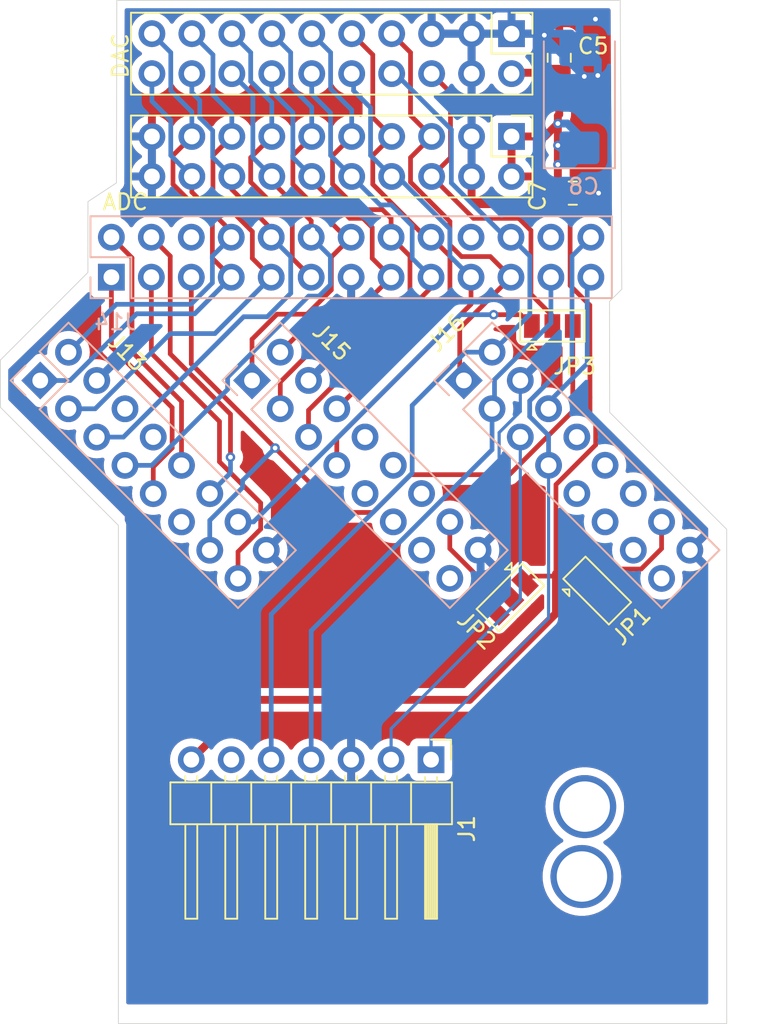
<source format=kicad_pcb>
(kicad_pcb (version 20240108) (generator "pcbnew") (generator_version "8.0")
  (layers (0 "F.Cu" signal) (31 "B.Cu" signal) (34 "B.Paste" user) (35 "F.Paste" user) (36 "B.SilkS" user "B.Silkscreen") (37 "F.SilkS" user "F.Silkscreen") (38 "B.Mask" user) (39 "F.Mask" user) (44 "Edge.Cuts" user))
  (net 0 "")
  (net 1 "GND")
  (net 2 "/D3_6")
  (net 3 "/D3_3")
  (net 4 "/D3_4")
  (net 5 "/D3_2")
  (net 6 "/VCC_5V")
  (net 7 "Net-(J18-Pin_6)")
  (net 12 "/VCC_J16")
  (net 20 "/VCC_J15")
  (net 24 "/D3_1")
  (net 25 "/D2_6")
  (net 26 "/D2_5")
  (net 27 "/D3_5")
  (net 28 "/D2_2")
  (net 29 "/D2_3")
  (net 30 "/D2_4")
  (net 31 "/D2_1")
  (net 32 "/CM_STB_N1")
  (net 33 "/D1_4")
  (net 34 "/D1_6")
  (net 35 "/D1_5")
  (net 36 "/CM_A_N5")
  (net 37 "/D1_1")
  (net 38 "/D1_3")
  (net 39 "/CM_C_P3")
  (net 40 "/CM_CLK_M3")
  (net 41 "/D1_2")
  (net 42 "/CM_E_N4")
  (net 43 "/CM_OE_M4")
  (net 44 "/CM_D_P4")
  (net 45 "/CM_B_N3")
  (footprint "Capacitor_SMD:C_0805_2012Metric" (layer "F.Cu") (at 58.420001 30.55)
    (property "Reference" "C7" (at -2.240001 0.17 90) (layer "F.SilkS"))
    (property "Value" "100nF")
    (pad "1" smd roundrect (at -0.949999 0) (size 1 1.45) (layers "F.Cu" "F.Paste" "F.Mask") (net 6 "/VCC_5V"))
    (pad "2" smd roundrect (at 0.949999 0) (size 1 1.45) (layers "F.Cu" "F.Paste" "F.Mask") (net 1 "GND"))
  )
  (footprint "Connector_PinHeader_2.54mm:PinHeader_2x13_P2.54mm_Vertical" (layer "F.Cu") (at 29.09 35.89 90)
    (property "Reference" "J14" (at -2.846 0.2522 0) (layer "B.SilkS") (effects (justify mirror)))
    (property "Value" "Conn_02x13_Odd_Even" (hide yes))
    (pad "1" thru_hole rect (at 0 0 90) (size 1.7 1.7) (drill 1) (layers "*.Cu" "*.Mask") (net 36 "/CM_A_N5"))
    (pad "2" thru_hole oval (at 2.54 0 90) (size 1.7 1.7) (drill 1) (layers "*.Cu" "*.Mask") (net 45 "/CM_B_N3"))
    (pad "3" thru_hole oval (at 0 2.54 90) (size 1.7 1.7) (drill 1) (layers "*.Cu" "*.Mask") (net 43 "/CM_OE_M4"))
    (pad "4" thru_hole oval (at 2.54 2.54 90) (size 1.7 1.7) (drill 1) (layers "*.Cu" "*.Mask") (net 44 "/CM_D_P4"))
    (pad "5" thru_hole oval (at 0 5.079999 90) (size 1.7 1.7) (drill 1) (layers "*.Cu" "*.Mask") (net 40 "/CM_CLK_M3"))
    (pad "6" thru_hole oval (at 2.54 5.08 90) (size 1.7 1.7) (drill 1) (layers "*.Cu" "*.Mask") (net 32 "/CM_STB_N1"))
    (pad "7" thru_hole oval (at 0 7.62 90) (size 1.7 1.7) (drill 1) (layers "*.Cu" "*.Mask") (net 37 "/D1_1"))
    (pad "8" thru_hole oval (at 2.54 7.62 90) (size 1.7 1.7) (drill 1) (layers "*.Cu" "*.Mask") (net 41 "/D1_2"))
    (pad "9" thru_hole oval (at 0 10.16 90) (size 1.7 1.7) (drill 1) (layers "*.Cu" "*.Mask") (net 38 "/D1_3"))
    (pad "10" thru_hole oval (at 2.54 10.16 90) (size 1.7 1.7) (drill 1) (layers "*.Cu" "*.Mask") (net 33 "/D1_4"))
    (pad "11" thru_hole oval (at 0 12.7 90) (size 1.7 1.7) (drill 1) (layers "*.Cu" "*.Mask") (net 35 "/D1_5"))
    (pad "12" thru_hole oval (at 2.54 12.7 90) (size 1.7 1.7) (drill 1) (layers "*.Cu" "*.Mask") (net 34 "/D1_6"))
    (pad "13" thru_hole oval (at 0 15.24 90) (size 1.7 1.7) (drill 1) (layers "*.Cu" "*.Mask") (net 1 "GND"))
    (pad "14" thru_hole oval (at 2.54 15.24 90) (size 1.7 1.7) (drill 1) (layers "*.Cu" "*.Mask") (net 31 "/D2_1"))
    (pad "15" thru_hole oval (at 0 17.780001 90) (size 1.7 1.7) (drill 1) (layers "*.Cu" "*.Mask") (net 28 "/D2_2"))
    (pad "16" thru_hole oval (at 2.54 17.78 90) (size 1.7 1.7) (drill 1) (layers "*.Cu" "*.Mask") (net 29 "/D2_3"))
    (pad "17" thru_hole oval (at 0 20.32 90) (size 1.7 1.7) (drill 1) (layers "*.Cu" "*.Mask") (net 30 "/D2_4"))
    (pad "18" thru_hole oval (at 2.54 20.32 90) (size 1.7 1.7) (drill 1) (layers "*.Cu" "*.Mask") (net 26 "/D2_5"))
    (pad "19" thru_hole oval (at 0 22.86 90) (size 1.7 1.7) (drill 1) (layers "*.Cu" "*.Mask") (net 25 "/D2_6"))
    (pad "20" thru_hole oval (at 2.54 22.86 90) (size 1.7 1.7) (drill 1) (layers "*.Cu" "*.Mask") (net 1 "GND"))
    (pad "21" thru_hole oval (at 0 25.4 90) (size 1.7 1.7) (drill 1) (layers "*.Cu" "*.Mask") (net 24 "/D3_1"))
    (pad "22" thru_hole oval (at 2.54 25.4 90) (size 1.7 1.7) (drill 1) (layers "*.Cu" "*.Mask") (net 5 "/D3_2"))
    (pad "23" thru_hole oval (at 0 27.939999 90) (size 1.7 1.7) (drill 1) (layers "*.Cu" "*.Mask") (net 3 "/D3_3"))
    (pad "24" thru_hole oval (at 2.54 27.94 90) (size 1.7 1.7) (drill 1) (layers "*.Cu" "*.Mask") (net 4 "/D3_4"))
    (pad "25" thru_hole oval (at 0 30.48 90) (size 1.7 1.7) (drill 1) (layers "*.Cu" "*.Mask") (net 27 "/D3_5"))
    (pad "26" thru_hole oval (at 2.54 30.48 90) (size 1.7 1.7) (drill 1) (layers "*.Cu" "*.Mask") (net 2 "/D3_6"))
  )
  (footprint "Connector_PinHeader_2.54mm:PinHeader_2x10_P2.54mm_Vertical" (layer "F.Cu") (at 54.5262 20.4226 -90)
    (property "Reference" "J18" (hide yes))
    (property "Value" "DAC" (at 1.4074 24.8562 -90) (layer "F.SilkS"))
    (pad "1" thru_hole rect (at 0 0 270) (size 1.7 1.7) (drill 1) (layers "*.Cu" "*.Mask") (net 1 "GND"))
    (pad "2" thru_hole oval (at 2.54 0 270) (size 1.7 1.7) (drill 1) (layers "*.Cu" "*.Mask") (net 6 "/VCC_5V"))
    (pad "3" thru_hole oval (at 0 2.54 270) (size 1.7 1.7) (drill 1) (layers "*.Cu" "*.Mask") (net 1 "GND"))
    (pad "4" thru_hole oval (at 2.54 2.54 270) (size 1.7 1.7) (drill 1) (layers "*.Cu" "*.Mask") (net 1 "GND"))
    (pad "5" thru_hole oval (at 0 5.079999 270) (size 1.7 1.7) (drill 1) (layers "*.Cu" "*.Mask") (net 1 "GND"))
    (pad "6" thru_hole oval (at 2.54 5.08 270) (size 1.7 1.7) (drill 1) (layers "*.Cu" "*.Mask") (net 7 "Net-(J18-Pin_6)"))
    (pad "7" thru_hole oval (at 0 7.62 270) (size 1.7 1.7) (drill 1) (layers "*.Cu" "*.Mask") (net 24 "/D3_1"))
    (pad "8" thru_hole oval (at 2.54 7.62 270) (size 1.7 1.7) (drill 1) (layers "*.Cu" "*.Mask") (net 5 "/D3_2"))
    (pad "9" thru_hole oval (at 0 10.16 270) (size 1.7 1.7) (drill 1) (layers "*.Cu" "*.Mask") (net 26 "/D2_5"))
    (pad "10" thru_hole oval (at 2.54 10.16 270) (size 1.7 1.7) (drill 1) (layers "*.Cu" "*.Mask") (net 25 "/D2_6"))
    (pad "11" thru_hole oval (at 0 12.7 270) (size 1.7 1.7) (drill 1) (layers "*.Cu" "*.Mask") (net 29 "/D2_3"))
    (pad "12" thru_hole oval (at 2.54 12.7 270) (size 1.7 1.7) (drill 1) (layers "*.Cu" "*.Mask") (net 30 "/D2_4"))
    (pad "13" thru_hole oval (at 0 15.24 270) (size 1.7 1.7) (drill 1) (layers "*.Cu" "*.Mask") (net 31 "/D2_1"))
    (pad "14" thru_hole oval (at 2.54 15.24 270) (size 1.7 1.7) (drill 1) (layers "*.Cu" "*.Mask") (net 28 "/D2_2"))
    (pad "15" thru_hole oval (at 0 17.780001 270) (size 1.7 1.7) (drill 1) (layers "*.Cu" "*.Mask") (net 35 "/D1_5"))
    (pad "16" thru_hole oval (at 2.54 17.78 270) (size 1.7 1.7) (drill 1) (layers "*.Cu" "*.Mask") (net 34 "/D1_6"))
    (pad "17" thru_hole oval (at 0 20.32 270) (size 1.7 1.7) (drill 1) (layers "*.Cu" "*.Mask") (net 38 "/D1_3"))
    (pad "18" thru_hole oval (at 2.54 20.32 270) (size 1.7 1.7) (drill 1) (layers "*.Cu" "*.Mask") (net 33 "/D1_4"))
    (pad "19" thru_hole oval (at 0 22.86 270) (size 1.7 1.7) (drill 1) (layers "*.Cu" "*.Mask") (net 37 "/D1_1"))
    (pad "20" thru_hole oval (at 2.54 22.86 270) (size 1.7 1.7) (drill 1) (layers "*.Cu" "*.Mask") (net 41 "/D1_2"))
  )
  (footprint "Jumper:SolderJumper-3_P1.3mm_Open_Pad1.0x1.5mm" (layer "F.Cu") (at 59.97 55.79 -45)
    (property "Reference" "JP1" (at 3.125412 0.042426 45) (layer "F.SilkS"))
    (property "Value" "Jumper_2_Open" (hide yes))
    (pad "1" smd rect (at -1.3 0 315) (size 1 1.5) (layers "F.Cu" "F.Mask") (net 6 "/VCC_5V"))
    (pad "2" smd rect (at 0 0 315) (size 1 1.5) (layers "F.Cu" "F.Mask") (net 12 "/VCC_J16"))
    (pad "3" smd rect (at 1.3 0 315) (size 1 1.5) (layers "F.Cu" "F.Mask"))
  )
  (footprint "Jumper:SolderJumper-3_P1.3mm_Open_Pad1.0x1.5mm" (layer "F.Cu") (at 54.46 56.22 -135)
    (property "Reference" "JP2" (at 3.017366 0.035921 135) (layer "F.SilkS"))
    (property "Value" "Jumper_2_Open" (hide yes))
    (pad "1" smd rect (at -1.3 0 225) (size 1 1.5) (layers "F.Cu" "F.Mask") (net 6 "/VCC_5V"))
    (pad "2" smd rect (at 0 0 225) (size 1 1.5) (layers "F.Cu" "F.Mask") (net 20 "/VCC_J15"))
    (pad "3" smd rect (at 1.3 0 225) (size 1 1.5) (layers "F.Cu" "F.Mask"))
  )
  (footprint "Connector_PinHeader_2.54mm:PinHeader_1x07_P2.54mm_Horizontal" (layer "F.Cu") (at 49.41 66.53 -90)
    (property "Reference" "J1" (at 4.385 -2.27 -90) (layer "F.SilkS"))
    (property "Value" "Conn_01x07")
    (pad "1" thru_hole rect (at 0 0 270) (size 1.7 1.7) (drill 1) (layers "*.Cu" "*.Mask") (net 2 "/D3_6"))
    (pad "2" thru_hole oval (at 0 2.54 270) (size 1.7 1.7) (drill 1) (layers "*.Cu" "*.Mask") (net 4 "/D3_4"))
    (pad "3" thru_hole oval (at 0 5.08 270) (size 1.7 1.7) (drill 1) (layers "*.Cu" "*.Mask") (net 1 "GND"))
    (pad "4" thru_hole oval (at 0 7.62 270) (size 1.7 1.7) (drill 1) (layers "*.Cu" "*.Mask") (net 3 "/D3_3"))
    (pad "5" thru_hole oval (at 0 10.16 270) (size 1.7 1.7) (drill 1) (layers "*.Cu" "*.Mask") (net 5 "/D3_2"))
    (pad "6" thru_hole oval (at 0 12.7 270) (size 1.7 1.7) (drill 1) (layers "*.Cu" "*.Mask"))
    (pad "7" thru_hole oval (at 0 15.24 270) (size 1.7 1.7) (drill 1) (layers "*.Cu" "*.Mask") (net 6 "/VCC_5V"))
  )
  (footprint "Connector_PinHeader_2.54mm:PinHeader_2x10_P2.54mm_Vertical" (layer "F.Cu") (at 54.5262 26.9526 -90)
    (property "Reference" "J19" (hide yes))
    (property "Value" "ADC" (at 4.1624 24.5542 0) (layer "F.SilkS"))
    (pad "1" thru_hole rect (at 0 0 270) (size 1.7 1.7) (drill 1) (layers "*.Cu" "*.Mask") (net 6 "/VCC_5V"))
    (pad "2" thru_hole oval (at 2.54 0 270) (size 1.7 1.7) (drill 1) (layers "*.Cu" "*.Mask") (net 6 "/VCC_5V"))
    (pad "3" thru_hole oval (at 0 2.54 270) (size 1.7 1.7) (drill 1) (layers "*.Cu" "*.Mask") (net 1 "GND"))
    (pad "4" thru_hole oval (at 2.54 2.54 270) (size 1.7 1.7) (drill 1) (layers "*.Cu" "*.Mask") (net 1 "GND"))
    (pad "5" thru_hole oval (at 0 5.079999 270) (size 1.7 1.7) (drill 1) (layers "*.Cu" "*.Mask") (net 24 "/D3_1"))
    (pad "6" thru_hole oval (at 2.54 5.08 270) (size 1.7 1.7) (drill 1) (layers "*.Cu" "*.Mask") (net 7 "Net-(J18-Pin_6)"))
    (pad "7" thru_hole oval (at 0 7.62 270) (size 1.7 1.7) (drill 1) (layers "*.Cu" "*.Mask") (net 26 "/D2_5"))
    (pad "8" thru_hole oval (at 2.54 7.62 270) (size 1.7 1.7) (drill 1) (layers "*.Cu" "*.Mask") (net 25 "/D2_6"))
    (pad "9" thru_hole oval (at 0 10.16 270) (size 1.7 1.7) (drill 1) (layers "*.Cu" "*.Mask") (net 29 "/D2_3"))
    (pad "10" thru_hole oval (at 2.54 10.16 270) (size 1.7 1.7) (drill 1) (layers "*.Cu" "*.Mask") (net 30 "/D2_4"))
    (pad "11" thru_hole oval (at 0 12.7 270) (size 1.7 1.7) (drill 1) (layers "*.Cu" "*.Mask") (net 31 "/D2_1"))
    (pad "12" thru_hole oval (at 2.54 12.7 270) (size 1.7 1.7) (drill 1) (layers "*.Cu" "*.Mask") (net 28 "/D2_2"))
    (pad "13" thru_hole oval (at 0 15.24 270) (size 1.7 1.7) (drill 1) (layers "*.Cu" "*.Mask") (net 35 "/D1_5"))
    (pad "14" thru_hole oval (at 2.54 15.24 270) (size 1.7 1.7) (drill 1) (layers "*.Cu" "*.Mask") (net 34 "/D1_6"))
    (pad "15" thru_hole oval (at 0 17.780001 270) (size 1.7 1.7) (drill 1) (layers "*.Cu" "*.Mask") (net 38 "/D1_3"))
    (pad "16" thru_hole oval (at 2.54 17.78 270) (size 1.7 1.7) (drill 1) (layers "*.Cu" "*.Mask") (net 33 "/D1_4"))
    (pad "17" thru_hole oval (at 0 20.32 270) (size 1.7 1.7) (drill 1) (layers "*.Cu" "*.Mask") (net 37 "/D1_1"))
    (pad "18" thru_hole oval (at 2.54 20.32 270) (size 1.7 1.7) (drill 1) (layers "*.Cu" "*.Mask") (net 41 "/D1_2"))
    (pad "19" thru_hole oval (at 0 22.86 270) (size 1.7 1.7) (drill 1) (layers "*.Cu" "*.Mask") (net 1 "GND"))
    (pad "20" thru_hole oval (at 2.54 22.86 270) (size 1.7 1.7) (drill 1) (layers "*.Cu" "*.Mask") (net 1 "GND"))
  )
  (footprint "Jumper:SolderJumper-3_P1.3mm_Open_Pad1.0x1.5mm" (layer "F.Cu") (at 57.12 38.9875)
    (property "Reference" "JP3" (at 1.42 2.5625 0) (layer "F.SilkS"))
    (property "Value" "Jumper_3_Open")
    (pad "1" smd rect (at -1.3 0) (size 1 1.5) (layers "F.Cu" "F.Mask") (net 32 "/CM_STB_N1"))
    (pad "2" smd rect (at 0 0) (size 1 1.5) (layers "F.Cu" "F.Mask") (net 7 "Net-(J18-Pin_6)"))
    (pad "3" smd rect (at 1.3 0) (size 1 1.5) (layers "F.Cu" "F.Mask") (net 40 "/CM_CLK_M3"))
  )
  (footprint "Capacitor_SMD:C_0805_2012Metric" (layer "F.Cu") (at 57.5582 21.954599 90)
    (property "Reference" "C5" (at 0.745599 2.1572 180) (layer "F.SilkS"))
    (property "Value" "100nF")
    (pad "1" smd roundrect (at -0.949999 0 90) (size 1 1.45) (layers "F.Cu" "F.Paste" "F.Mask") (net 6 "/VCC_5V"))
    (pad "2" smd roundrect (at 0.949999 0 90) (size 1 1.45) (layers "F.Cu" "F.Paste" "F.Mask") (net 1 "GND"))
  )
  (footprint "MountingHole:MountingHole_3.5mm_Pad_Via" (layer "F.Cu") (at 59 73.95)
    (property "Reference" "H10" (hide yes))
    (property "Value" "ADC" (hide yes))
    (pad "1" thru_hole circle (at 0 0) (size 4 4) (drill 3.2) (layers "*.Cu" "*.Mask"))
  )
  (footprint "MountingHole:MountingHole_3.5mm_Pad_Via" (layer "F.Cu") (at 59.18 69.51)
    (property "Reference" "H6" (hide yes))
    (property "Value" "DAC")
    (pad "e" thru_hole circle (at 0 0) (size 4 4) (drill 3.2) (layers "*.Cu" "*.Mask"))
  )
  (footprint "Connector_PinSocket_2.54mm:PinSocket_2x08_P2.54mm_Vertical" (layer "B.Cu") (at 24.567846 42.450051 -135)
    (property "Reference" "J13" (at -5.163439 -2.646066 135) (layer "F.SilkS"))
    (property "Value" "Conn_02x08_Odd_Even" (hide yes))
    (pad "1" thru_hole rect (at 0 0 225) (size 1.7 1.7) (drill 1) (layers "*.Cu" "*.Mask") (net 37 "/D1_1"))
    (pad "2" thru_hole oval (at -2.54 0 225) (size 1.7 1.7) (drill 1) (layers "*.Cu" "*.Mask") (net 41 "/D1_2"))
    (pad "3" thru_hole oval (at 0 -2.54 225) (size 1.7 1.7) (drill 1) (layers "*.Cu" "*.Mask") (net 38 "/D1_3"))
    (pad "4" thru_hole oval (at -2.54 -2.54 225) (size 1.7 1.7) (drill 1) (layers "*.Cu" "*.Mask") (net 1 "GND"))
    (pad "5" thru_hole oval (at 0 -5.079999 225) (size 1.7 1.7) (drill 1) (layers "*.Cu" "*.Mask") (net 33 "/D1_4"))
    (pad "6" thru_hole oval (at -2.54 -5.08 225) (size 1.7 1.7) (drill 1) (layers "*.Cu" "*.Mask") (net 35 "/D1_5"))
    (pad "7" thru_hole oval (at 0 -7.62 225) (size 1.7 1.7) (drill 1) (layers "*.Cu" "*.Mask") (net 34 "/D1_6"))
    (pad "8" thru_hole oval (at -2.54 -7.62 225) (size 1.7 1.7) (drill 1) (layers "*.Cu" "*.Mask") (net 42 "/CM_E_N4"))
    (pad "9" thru_hole oval (at 0 -10.16 180) (size 1.7 1.7) (drill 1) (layers "*.Cu" "*.Mask") (net 36 "/CM_A_N5"))
    (pad "10" thru_hole oval (at -2.54 -10.16 225) (size 1.7 1.7) (drill 1) (layers "*.Cu" "*.Mask") (net 45 "/CM_B_N3"))
    (pad "11" thru_hole oval (at 0 -12.7 225) (size 1.7 1.7) (drill 1) (layers "*.Cu" "*.Mask") (net 39 "/CM_C_P3"))
    (pad "12" thru_hole oval (at -2.54 -12.7 225) (size 1.7 1.7) (drill 1) (layers "*.Cu" "*.Mask") (net 44 "/CM_D_P4"))
    (pad "13" thru_hole oval (at 0 -15.24 225) (size 1.7 1.7) (drill 1) (layers "*.Cu" "*.Mask") (net 40 "/CM_CLK_M3"))
    (pad "14" thru_hole oval (at -2.54 -15.24 225) (size 1.7 1.7) (drill 1) (layers "*.Cu" "*.Mask") (net 32 "/CM_STB_N1"))
    (pad "15" thru_hole oval (at 0 -17.780001 225) (size 1.7 1.7) (drill 1) (layers "*.Cu" "*.Mask") (net 43 "/CM_OE_M4"))
    (pad "16" thru_hole oval (at -2.54 -17.78 225) (size 1.7 1.7) (drill 1) (layers "*.Cu" "*.Mask") (net 1 "GND"))
  )
  (footprint "Capacitor_Tantalum_SMD:CP_EIA-7343-40_Kemet-Y" (layer "B.Cu") (at 58.84 24.5606 90)
    (property "Reference" "C8" (at -5.5594 0.27 180) (layer "B.SilkS") (effects (justify mirror)))
    (property "Value" "10v47uF")
    (pad "1" smd roundrect (at -3.1125 0 90) (size 2.075 2.55) (layers "B.Cu" "B.Paste" "B.Mask") (roundrect_rratio 0.120482) (net 6 "/VCC_5V"))
    (pad "2" smd roundrect (at 3.1125 0 90) (size 2.075 2.55) (layers "B.Cu" "B.Paste" "B.Mask") (roundrect_rratio 0.120482) (net 1 "GND"))
  )
  (footprint "Connector_PinSocket_2.54mm:PinSocket_2x08_P2.54mm_Vertical" (layer "B.Cu") (at 51.491846 42.446051 -135)
    (property "Reference" "J16" (at -1.372117 2.90361 -135) (layer "F.SilkS"))
    (property "Value" "Conn_02x08_Odd_Even" (hide yes))
    (pad "1" thru_hole rect (at 0 0 225) (size 1.7 1.7) (drill 1) (layers "*.Cu" "*.Mask") (net 24 "/D3_1"))
    (pad "2" thru_hole oval (at -2.54 0 225) (size 1.7 1.7) (drill 1) (layers "*.Cu" "*.Mask") (net 5 "/D3_2"))
    (pad "3" thru_hole oval (at 0 -2.54 225) (size 1.7 1.7) (drill 1) (layers "*.Cu" "*.Mask") (net 3 "/D3_3"))
    (pad "4" thru_hole oval (at -2.54 -2.54 225) (size 1.7 1.7) (drill 1) (layers "*.Cu" "*.Mask") (net 1 "GND"))
    (pad "5" thru_hole oval (at 0 -5.079999 225) (size 1.7 1.7) (drill 1) (layers "*.Cu" "*.Mask") (net 4 "/D3_4"))
    (pad "6" thru_hole oval (at -2.54 -5.08 225) (size 1.7 1.7) (drill 1) (layers "*.Cu" "*.Mask") (net 27 "/D3_5"))
    (pad "7" thru_hole oval (at 0 -7.62 225) (size 1.7 1.7) (drill 1) (layers "*.Cu" "*.Mask") (net 2 "/D3_6"))
    (pad "8" thru_hole oval (at -2.54 -7.62 225) (size 1.7 1.7) (drill 1) (layers "*.Cu" "*.Mask"))
    (pad "9" thru_hole oval (at 0 -10.16 225) (size 1.7 1.7) (drill 1) (layers "*.Cu" "*.Mask"))
    (pad "10" thru_hole oval (at -2.54 -10.16 225) (size 1.7 1.7) (drill 1) (layers "*.Cu" "*.Mask"))
    (pad "11" thru_hole oval (at 0 -12.7 225) (size 1.7 1.7) (drill 1) (layers "*.Cu" "*.Mask"))
    (pad "12" thru_hole oval (at -2.54 -12.7 225) (size 1.7 1.7) (drill 1) (layers "*.Cu" "*.Mask"))
    (pad "13" thru_hole oval (at 0 -15.24 225) (size 1.7 1.7) (drill 1) (layers "*.Cu" "*.Mask"))
    (pad "14" thru_hole oval (at -2.54 -15.24 225) (size 1.7 1.7) (drill 1) (layers "*.Cu" "*.Mask") (net 12 "/VCC_J16"))
    (pad "15" thru_hole oval (at 0 -17.780001 225) (size 1.7 1.7) (drill 1) (layers "*.Cu" "*.Mask"))
    (pad "16" thru_hole oval (at -2.54 -17.78 225) (size 1.7 1.7) (drill 1) (layers "*.Cu" "*.Mask") (net 1 "GND"))
  )
  (footprint "Connector_PinSocket_2.54mm:PinSocket_2x08_P2.54mm_Vertical" (layer "B.Cu") (at 38.029846 42.446051 -135)
    (property "Reference" "J15" (at -5.300617 -1.855521 135) (layer "F.SilkS"))
    (property "Value" "Conn_02x08_Odd_Even" (hide yes))
    (pad "1" thru_hole rect (at 0 0 225) (size 1.7 1.7) (drill 1) (layers "*.Cu" "*.Mask") (net 31 "/D2_1"))
    (pad "2" thru_hole oval (at -2.54 0 225) (size 1.7 1.7) (drill 1) (layers "*.Cu" "*.Mask") (net 28 "/D2_2"))
    (pad "3" thru_hole oval (at 0 -2.54 225) (size 1.7 1.7) (drill 1) (layers "*.Cu" "*.Mask") (net 29 "/D2_3"))
    (pad "4" thru_hole oval (at -2.54 -2.54 225) (size 1.7 1.7) (drill 1) (layers "*.Cu" "*.Mask") (net 1 "GND"))
    (pad "5" thru_hole oval (at 0 -5.079999 225) (size 1.7 1.7) (drill 1) (layers "*.Cu" "*.Mask") (net 30 "/D2_4"))
    (pad "6" thru_hole oval (at -2.54 -5.08 225) (size 1.7 1.7) (drill 1) (layers "*.Cu" "*.Mask") (net 26 "/D2_5"))
    (pad "7" thru_hole oval (at 0 -7.62 225) (size 1.7 1.7) (drill 1) (layers "*.Cu" "*.Mask") (net 25 "/D2_6"))
    (pad "8" thru_hole oval (at -2.54 -7.62 225) (size 1.7 1.7) (drill 1) (layers "*.Cu" "*.Mask"))
    (pad "9" thru_hole oval (at 0 -10.16 225) (size 1.7 1.7) (drill 1) (layers "*.Cu" "*.Mask"))
    (pad "10" thru_hole oval (at -2.54 -10.16 225) (size 1.7 1.7) (drill 1) (layers "*.Cu" "*.Mask"))
    (pad "11" thru_hole oval (at 0 -12.7 225) (size 1.7 1.7) (drill 1) (layers "*.Cu" "*.Mask"))
    (pad "12" thru_hole oval (at -2.54 -12.7 225) (size 1.7 1.7) (drill 1) (layers "*.Cu" "*.Mask"))
    (pad "13" thru_hole oval (at 0 -15.24 225) (size 1.7 1.7) (drill 1) (layers "*.Cu" "*.Mask"))
    (pad "14" thru_hole oval (at -2.54 -15.24 225) (size 1.7 1.7) (drill 1) (layers "*.Cu" "*.Mask") (net 20 "/VCC_J15"))
    (pad "15" thru_hole oval (at 0 -17.780001 225) (size 1.7 1.7) (drill 1) (layers "*.Cu" "*.Mask"))
    (pad "16" thru_hole oval (at -2.54 -17.78 225) (size 1.7 1.7) (drill 1) (layers "*.Cu" "*.Mask") (net 1 "GND"))
  )
  (gr_poly (pts (xy 60.754947 37.43) (xy 61.534947 36.65) (xy 61.434947 18.31) (xy 29.434947 18.31) (xy 29.410947 29.9) (xy 27.600947 31.09) (xy 27.597947 35.587) (xy 22.034947 41.15) (xy 22.034947 44.15) (xy 29.534947 51.65) (xy 29.534947 83.291) (xy 68.204947 83.291) (xy 68.204947 51.904) (xy 60.764947 44.47)) (stroke (width 0.05)) (fill none) (layer "Edge.Cuts"))
  (segment (start 59.2346 21.0046) (end 60.01 21.78) (width 0.5) (layer "F.Cu") (net 1))
  (segment (start 54.5262 20.4226) (end 56.9762 20.4226) (width 0.5) (layer "F.Cu") (net 1))
  (segment (start 60.01 21.78) (end 60.01 23.08) (width 0.5) (layer "F.Cu") (net 1))
  (segment (start 59.54 30.55) (end 59.55 30.54) (width 0.3) (layer "F.Cu") (net 1))
  (segment (start 57.5582 21.0046) (end 59.2346 21.0046) (width 0.5) (layer "F.Cu") (net 1))
  (segment (start 56.9762 20.4226) (end 57.5582 21.0046) (width 0.5) (layer "F.Cu") (net 1))
  (segment (start 59.37 30.55) (end 59.54 30.55) (width 0.3) (layer "F.Cu") (net 1))
  (segment (start 59.37 30.55) (end 60.06 30.55) (width 0.3) (layer "F.Cu") (net 1))
  (via (at 60.06 30.55) (size 0.6) (drill 0.3) (layers "F.Cu" "B.Cu") (net 1))
  (via (at 56.61 20.52) (size 0.6) (drill 0.3) (layers "F.Cu" "B.Cu") (net 1))
  (via (at 60.01 23.08) (size 0.6) (drill 0.3) (layers "F.Cu" "B.Cu") (net 1))
  (via (at 59.15 23.14) (size 0.6) (drill 0.3) (layers "F.Cu" "B.Cu") (net 1))
  (via (at 59.86 19.5) (size 0.6) (drill 0.3) (layers "F.Cu" "B.Cu") (net 1))
  (segment (start 52.56 53.384102) (end 52.398256 53.222358) (width 0.5) (layer "B.Cu") (net 1))
  (segment (start 49.446201 20.4226) (end 51.9862 20.4226) (width 0.5) (layer "B.Cu") (net 1))
  (segment (start 53.737897 45.757858) (end 53.737897 51.882717) (width 0.2) (layer "B.Cu") (net 1))
  (segment (start 55.083948 42.446051) (end 55.083948 44.411807) (width 0.2) (layer "B.Cu") (net 1))
  (segment (start 59.95 23.14) (end 60.01 23.08) (width 0.5) (layer "B.Cu") (net 1))
  (segment (start 54.5262 20.4226) (end 56.4326 20.4226) (width 0.5) (layer "B.Cu") (net 1))
  (segment (start 52.56 55.53) (end 52.56 53.384102) (width 0.5) (layer "B.Cu") (net 1))
  (segment (start 60.01 23.08) (end 60.01 22.1219) (width 0.5) (layer "B.Cu") (net 1))
  (segment (start 56.4326 20.4226) (end 59.15 23.14) (width 0.5) (layer "B.Cu") (net 1))
  (segment (start 53.737897 51.882717) (end 52.398256 53.222358) (width 0.2) (layer "B.Cu") (net 1))
  (segment (start 51.9862 26.9526) (end 51.9862 22.9626) (width 0.5) (layer "B.Cu") (net 1))
  (segment (start 60.01 22.1219) (end 59.3362 21.4481) (width 0.5) (layer "B.Cu") (net 1))
  (segment (start 54.5262 20.4226) (end 51.9862 20.4226) (width 0.5) (layer "B.Cu") (net 1))
  (segment (start 44.33 66.53) (end 44.33 63.76) (width 0.5) (layer "B.Cu") (net 1))
  (segment (start 58.3107 20.4226) (end 59.3362 21.4481) (width 0.5) (layer "B.Cu") (net 1))
  (segment (start 55.083948 44.411807) (end 53.737897 45.757858) (width 0.2) (layer "B.Cu") (net 1))
  (segment (start 44.33 63.76) (end 52.56 55.53) (width 0.5) (layer "B.Cu") (net 1))
  (segment (start 54.5262 20.4226) (end 58.3107 20.4226) (width 0.5) (layer "B.Cu") (net 1))
  (segment (start 51.9862 20.4226) (end 51.9862 22.9626) (width 0.5) (layer "B.Cu") (net 1))
  (segment (start 59.15 23.14) (end 59.95 23.14) (width 0.5) (layer "B.Cu") (net 1))
  (segment (start 56.88 57.55) (end 56.88 47.834205) (width 0.2) (layer "B.Cu") (net 2))
  (segment (start 58.37 41.055044) (end 56.107522 43.317522) (width 0.3) (layer "B.Cu") (net 2))
  (segment (start 56.88 45.939159) (end 56.88 47.834205) (width 0.3) (layer "B.Cu") (net 2))
  (segment (start 55.68 43.745045) (end 55.68 44.739159) (width 0.3) (layer "B.Cu") (net 2))
  (segment (start 58.37 34.55) (end 58.37 41.055044) (width 0.3) (layer "B.Cu") (net 2))
  (segment (start 59.57 33.35) (end 58.37 34.55) (width 0.3) (layer "B.Cu") (net 2))
  (segment (start 56.107522 43.317522) (end 55.68 43.745045) (width 0.3) (layer "B.Cu") (net 2))
  (segment (start 49.41 65.02) (end 56.88 57.55) (width 0.2) (layer "B.Cu") (net 2))
  (segment (start 55.68 44.739159) (end 56.88 45.939159) (width 0.3) (layer "B.Cu") (net 2))
  (segment (start 49.41 66.53) (end 49.41 65.02) (width 0.2) (layer "B.Cu") (net 2))
  (segment (start 53.287897 44.242102) (end 53.443928 44.086071) (width 0.3) (layer "B.Cu") (net 3))
  (segment (start 53.287897 46.845569) (end 41.79 58.343466) (width 0.3) (layer "B.Cu") (net 3))
  (segment (start 53.287897 44.242102) (end 53.287897 46.845569) (width 0.3) (layer "B.Cu") (net 3))
  (segment (start 41.79 58.343466) (end 41.79 66.53) (width 0.3) (layer "B.Cu") (net 3))
  (segment (start 53.443928 44.086071) (end 53.443928 42.389014) (width 0.3) (layer "B.Cu") (net 3))
  (segment (start 53.443928 42.389014) (end 57.029999 38.802943) (width 0.3) (layer "B.Cu") (net 3))
  (segment (start 57.029999 38.802943) (end 57.029999 35.89) (width 0.3) (layer "B.Cu") (net 3))
  (segment (start 55.083948 46.038153) (end 55.083948 56.346052) (width 0.2) (layer "B.Cu") (net 4))
  (segment (start 55.083948 56.346052) (end 46.87 64.56) (width 0.2) (layer "B.Cu") (net 4))
  (segment (start 46.87 64.56) (end 46.87 66.53) (width 0.2) (layer "B.Cu") (net 4))
  (segment (start 39.25 57.291364) (end 39.25 66.53) (width 0.3) (layer "B.Cu") (net 5))
  (segment (start 48.210102 48.331262) (end 39.25 57.291364) (width 0.3) (layer "B.Cu") (net 5))
  (segment (start 50.7 29.903457) (end 54.146543 33.35) (width 0.3) (layer "B.Cu") (net 5))
  (segment (start 50.7 26.509342) (end 50.7 29.903457) (width 0.3) (layer "B.Cu") (net 5))
  (segment (start 46.9062 22.9626) (end 47.153258 22.9626) (width 0.3) (layer "B.Cu") (net 5))
  (segment (start 55.69 38.247897) (end 55.69 34.55) (width 0.3) (layer "B.Cu") (net 5))
  (segment (start 54.146543 33.35) (end 54.49 33.35) (width 0.3) (layer "B.Cu") (net 5))
  (segment (start 47.153258 22.9626) (end 50.7 26.509342) (width 0.3) (layer "B.Cu") (net 5))
  (segment (start 51.590841 40.65) (end 48.210102 44.030739) (width 0.3) (layer "B.Cu") (net 5))
  (segment (start 53.287897 40.65) (end 51.590841 40.65) (width 0.3) (layer "B.Cu") (net 5))
  (segment (start 48.210102 44.030739) (end 48.210102 48.331262) (width 0.3) (layer "B.Cu") (net 5))
  (segment (start 53.287897 40.65) (end 55.69 38.247897) (width 0.3) (layer "B.Cu") (net 5))
  (segment (start 55.69 34.55) (end 54.49 33.35) (width 0.3) (layer "B.Cu") (net 5))
  (segment (start 59.504342 37.670519) (end 58.25 36.416177) (width 0.3) (layer "F.Cu") (net 6))
  (segment (start 57.470002 25.638198) (end 57.470002 26.13) (width 0.5) (layer "F.Cu") (net 6))
  (segment (start 59.512664 44.738057) (end 59.512664 43.529887) (width 0.3) (layer "F.Cu") (net 6))
  (segment (start 57.5582 22.904598) (end 57.5582 25.55) (width 0.5) (layer "F.Cu") (net 6))
  (segment (start 51.86 62.73) (end 57.35 57.24) (width 0.5) (layer "F.Cu") (net 6))
  (segment (start 57.35 54.870761) (end 57.35 54.72) (width 0.3) (layer "F.Cu") (net 6))
  (segment (start 56.647402 26.9526) (end 57.470002 26.13) (width 0.5) (layer "F.Cu") (net 6))
  (segment (start 57.470002 26.13) (end 57.470002 30.55) (width 0.5) (layer "F.Cu") (net 6))
  (segment (start 56.412602 29.4926) (end 57.470002 30.55) (width 0.5) (layer "F.Cu") (net 6))
  (segment (start 37.97 62.73) (end 51.86 62.73) (width 0.5) (layer "F.Cu") (net 6))
  (segment (start 57.5582 25.55) (end 57.470002 25.638198) (width 0.5) (layer "F.Cu") (net 6))
  (segment (start 54.5262 29.4926) (end 56.412602 29.4926) (width 0.5) (layer "F.Cu") (net 6))
  (segment (start 55.809239 54.870761) (end 55.379239 55.300761) (width 0.3) (layer "F.Cu") (net 6))
  (segment (start 57.35 49.061261) (end 59.876051 46.53521) (width 0.3) (layer "F.Cu") (net 6))
  (segment (start 57.35 57.24) (end 57.35 54.72) (width 0.5) (layer "F.Cu") (net 6))
  (segment (start 57.35 54.870761) (end 55.809239 54.870761) (width 0.3) (layer "F.Cu") (net 6))
  (segment (start 59.512664 43.529887) (end 59.504342 37.670519) (width 0.3) (layer "F.Cu") (net 6))
  (segment (start 54.5262 29.4926) (end 54.5262 26.9526) (width 0.5) (layer "F.Cu") (net 6))
  (segment (start 59.876051 46.53521) (end 59.876051 45.101444) (width 0.3) (layer "F.Cu") (net 6))
  (segment (start 57.5582 30.461802) (end 57.470002 30.55) (width 0.5) (layer "F.Cu") (net 6))
  (segment (start 54.5262 26.9526) (end 56.647402 26.9526) (width 0.5) (layer "F.Cu") (net 6))
  (segment (start 54.584202 22.904598) (end 54.5262 22.9626) (width 0.5) (layer "F.Cu") (net 6))
  (segment (start 59.876051 45.101444) (end 59.512664 44.738057) (width 0.3) (layer "F.Cu") (net 6))
  (segment (start 34.17 66.53) (end 37.97 62.73) (width 0.5) (layer "F.Cu") (net 6))
  (segment (start 58.25 36.416177) (end 58.25 32.38) (width 0.3) (layer "F.Cu") (net 6))
  (segment (start 59.050761 54.870761) (end 57.35 54.870761) (width 0.3) (layer "F.Cu") (net 6))
  (segment (start 58.25 32.38) (end 57.470002 31.600002) (width 0.3) (layer "F.Cu") (net 6))
  (segment (start 57.35 54.72) (end 57.35 49.061261) (width 0.3) (layer "F.Cu") (net 6))
  (segment (start 57.5582 22.904598) (end 54.584202 22.904598) (width 0.5) (layer "F.Cu") (net 6))
  (segment (start 57.470002 31.600002) (end 57.470002 30.55) (width 0.3) (layer "F.Cu") (net 6))
  (via (at 57.470002 26.13) (size 0.6) (drill 0.3) (layers "F.Cu" "B.Cu") (net 6))
  (via (at 57.470002 28.74) (size 0.6) (drill 0.3) (layers "F.Cu" "B.Cu") (net 6))
  (via (at 57.470002 27.52) (size 0.6) (drill 0.3) (layers "F.Cu" "B.Cu") (net 6))
  (segment (start 57.470002 28.709998) (end 57.49 28.69) (width 0.3) (layer "B.Cu") (net 6))
  (segment (start 58.84 27.6731) (end 57.623102 27.6731) (width 0.5) (layer "B.Cu") (net 6))
  (segment (start 57.470002 28.74) (end 57.470002 28.709998) (width 0.3) (layer "B.Cu") (net 6))
  (segment (start 58.08 26.13) (end 58.84 26.89) (width 0.5) (layer "B.Cu") (net 6))
  (segment (start 57.490002 28.76) (end 57.470002 28.74) (width 0.5) (layer "B.Cu") (net 6))
  (segment (start 58.84 28.27) (end 58.35 28.76) (width 0.5) (layer "B.Cu") (net 6))
  (segment (start 58.84 26.89) (end 58.84 27.6731) (width 0.5) (layer "B.Cu") (net 6))
  (segment (start 57.623102 27.6731) (end 57.470002 27.52) (width 0.5) (layer "B.Cu") (net 6))
  (segment (start 58.84 27.6731) (end 58.84 28.27) (width 0.5) (layer "B.Cu") (net 6))
  (segment (start 58.35 28.76) (end 57.490002 28.76) (width 0.5) (layer "B.Cu") (net 6))
  (segment (start 57.470002 26.13) (end 58.08 26.13) (width 0.5) (layer "B.Cu") (net 6))
  (segment (start 49.4462 22.9626) (end 50.646201 24.162601) (width 0.3) (layer "F.Cu") (net 7))
  (segment (start 55.76 32.922943) (end 55.76 36.9775) (width 0.3) (layer "F.Cu") (net 7))
  (segment (start 49.4462 29.4926) (end 52.1036 32.15) (width 0.3) (layer "F.Cu") (net 7))
  (segment (start 54.987057 32.15) (end 55.76 32.922943) (width 0.3) (layer "F.Cu") (net 7))
  (segment (start 55.76 36.9775) (end 57.12 38.3375) (width 0.3) (layer "F.Cu") (net 7))
  (segment (start 57.12 38.3375) (end 57.12 38.9875) (width 0.3) (layer "F.Cu") (net 7))
  (segment (start 52.1036 32.15) (end 54.987057 32.15) (width 0.3) (layer "F.Cu") (net 7))
  (segment (start 50.646201 24.162601) (end 50.646201 28.292599) (width 0.3) (layer "F.Cu") (net 7))
  (segment (start 50.646201 28.292599) (end 49.4462 29.4926) (width 0.3) (layer "F.Cu") (net 7))
  (segment (start 59.97 55.79) (end 61.337642 54.422358) (width 0.3) (layer "F.Cu") (net 12))
  (segment (start 61.337642 54.422358) (end 62.76521 54.422358) (width 0.3) (layer "F.Cu") (net 12))
  (segment (start 62.76521 54.422358) (end 64.064205 53.123363) (width 0.3) (layer "F.Cu") (net 12))
  (segment (start 64.064205 53.123363) (end 64.064205 51.426307) (width 0.3) (layer "F.Cu") (net 12))
  (segment (start 50.602205 53.123364) (end 53.168511 55.68967) (width 0.3) (layer "F.Cu") (net 20))
  (segment (start 53.168511 55.68967) (end 53.92967 55.68967) (width 0.3) (layer "F.Cu") (net 20))
  (segment (start 53.92967 55.68967) (end 54.46 56.22) (width 0.3) (layer "F.Cu") (net 20))
  (segment (start 50.602205 51.426307) (end 50.602205 53.123364) (width 0.3) (layer "F.Cu") (net 20))
  (segment (start 50.61 33.842894) (end 50.61 32.353457) (width 0.3) (layer "F.Cu") (net 24))
  (segment (start 50.61 32.353457) (end 48.1062 29.849657) (width 0.3) (layer "F.Cu") (net 24))
  (segment (start 54.49 35.89) (end 53.18 34.58) (width 0.3) (layer "F.Cu") (net 24))
  (segment (start 51.491846 42.446051) (end 51.233874 42.188079) (width 0.3) (layer "F.Cu") (net 24))
  (segment (start 49.446201 26.9526) (end 48.1062 25.612599) (width 0.3) (layer "F.Cu") (net 24))
  (segment (start 48.1062 21.6226) (end 46.9062 20.4226) (width 0.3) (layer "F.Cu") (net 24))
  (segment (start 48.1062 29.849657) (end 48.1062 28.292601) (width 0.3) (layer "F.Cu") (net 24))
  (segment (start 48.1062 28.292601) (end 49.446201 26.9526) (width 0.3) (layer "F.Cu") (net 24))
  (segment (start 51.233874 39.146126) (end 54.49 35.89) (width 0.3) (layer "F.Cu") (net 24))
  (segment (start 48.1062 25.612599) (end 48.1062 21.6226) (width 0.3) (layer "F.Cu") (net 24))
  (segment (start 51.347106 34.58) (end 50.61 33.842894) (width 0.3) (layer "F.Cu") (net 24))
  (segment (start 51.233874 42.188079) (end 51.233874 39.146126) (width 0.3) (layer "F.Cu") (net 24))
  (segment (start 53.18 34.58) (end 51.347106 34.58) (width 0.3) (layer "F.Cu") (net 24))
  (segment (start 43.418 47.834205) (end 43.418 46.137147) (width 0.3) (layer "F.Cu") (net 25))
  (segment (start 51.95 37.605147) (end 51.95 35.89) (width 0.3) (layer "F.Cu") (net 25))
  (segment (start 43.418 46.137147) (end 51.95 37.605147) (width 0.3) (layer "F.Cu") (net 25))
  (segment (start 50.61 32.83) (end 47.2726 29.4926) (width 0.3) (layer "B.Cu") (net 25))
  (segment (start 44.3662 22.9626) (end 44.4868 23.0832) (width 0.3) (layer "B.Cu") (net 25))
  (segment (start 44.4868 24.0468) (end 45.5662 25.1262) (width 0.3) (layer "B.Cu") (net 25))
  (segment (start 45.5662 28.1526) (end 46.9062 29.4926) (width 0.3) (layer "B.Cu") (net 25))
  (segment (start 45.5662 25.1262) (end 45.5662 28.1526) (width 0.3) (layer "B.Cu") (net 25))
  (segment (start 44.4868 23.0832) (end 44.4868 24.0468) (width 0.3) (layer "B.Cu") (net 25))
  (segment (start 47.2726 29.4926) (end 46.9062 29.4926) (width 0.3) (layer "B.Cu") (net 25))
  (segment (start 51.95 35.89) (end 50.61 34.55) (width 0.3) (layer "B.Cu") (net 25))
  (segment (start 50.61 34.55) (end 50.61 32.83) (width 0.3) (layer "B.Cu") (net 25))
  (segment (start 43.418 44.242102) (end 50.61 37.050102) (width 0.3) (layer "F.Cu") (net 26))
  (segment (start 45.7062 21.7626) (end 44.3662 20.4226) (width 0.3) (layer "F.Cu") (net 26))
  (segment (start 49.066543 33.35) (end 49.41 33.35) (width 0.3) (layer "F.Cu") (net 26))
  (segment (start 50.61 34.55) (end 49.41 33.35) (width 0.3) (layer "F.Cu") (net 26))
  (segment (start 50.61 37.050102) (end 50.61 34.55) (width 0.3) (layer "F.Cu") (net 26))
  (segment (start 46.9062 26.9526) (end 45.7062 25.7526) (width 0.3) (layer "F.Cu") (net 26))
  (segment (start 45.7062 28.1526) (end 46.9062 26.9526) (width 0.3) (layer "F.Cu") (net 26))
  (segment (start 45.7062 28.1526) (end 45.7062 29.989657) (width 0.3) (layer "F.Cu") (net 26))
  (segment (start 45.7062 25.7526) (end 45.7062 21.7626) (width 0.3) (layer "F.Cu") (net 26))
  (segment (start 45.7062 29.989657) (end 49.066543 33.35) (width 0.3) (layer "F.Cu") (net 26))
  (segment (start 56.882943 44.239159) (end 56.88 44.242102) (width 0.3) (layer "B.Cu") (net 27))
  (segment (start 59.3362 35.9906) (end 59.3362 41.374511) (width 0.3) (layer "B.Cu") (net 27))
  (segment (start 59.57 35.89) (end 59.29 35.89) (width 0.3) (layer "B.Cu") (net 27))
  (segment (start 56.88 43.830711) (end 56.88 44.242102) (width 0.3) (layer "B.Cu") (net 27))
  (segment (start 59.3362 41.374511) (end 56.88 43.830711) (width 0.3) (layer "B.Cu") (net 27))
  (segment (start 59.29 35.89) (end 59.18 35.78) (width 0.3) (layer "B.Cu") (net 27))
  (segment (start 39.825897 40.65) (end 41.575897 38.9) (width 0.3) (layer "F.Cu") (net 28))
  (segment (start 45.09 32.15) (end 45.67 32.73) (width 0.3) (layer "F.Cu") (net 28))
  (segment (start 41.575897 38.9) (end 43.860001 38.9) (width 0.3) (layer "F.Cu") (net 28))
  (segment (start 41.8262 29.7362) (end 44.24 32.15) (width 0.3) (layer "F.Cu") (net 28))
  (segment (start 45.67 34.689999) (end 46.870001 35.89) (width 0.3) (layer "F.Cu") (net 28))
  (segment (start 44.24 32.15) (end 45.09 32.15) (width 0.3) (layer "F.Cu") (net 28))
  (segment (start 45.67 32.73) (end 45.67 34.689999) (width 0.3) (layer "F.Cu") (net 28))
  (segment (start 41.8262 29.4926) (end 41.8262 29.7362) (width 0.3) (layer "F.Cu") (net 28))
  (segment (start 43.860001 38.9) (end 46.870001 35.89) (width 0.3) (layer "F.Cu") (net 28))
  (segment (start 40.6262 28.2926) (end 41.8262 29.4926) (width 0.3) (layer "B.Cu") (net 28))
  (segment (start 39.2862 24.088387) (end 40.6262 25.428387) (width 0.3) (layer "B.Cu") (net 28))
  (segment (start 40.6262 25.428387) (end 40.6262 28.2926) (width 0.3) (layer "B.Cu") (net 28))
  (segment (start 39.2862 22.9626) (end 39.2862 24.088387) (width 0.3) (layer "B.Cu") (net 28))
  (segment (start 46.322081 31.6) (end 46.87 32.147919) (width 0.3) (layer "F.Cu") (net 29))
  (segment (start 42.970942 39.4) (end 45.49 39.4) (width 0.3) (layer "F.Cu") (net 29))
  (segment (start 45.49 39.4) (end 48.070001 36.819999) (width 0.3) (layer "F.Cu") (net 29))
  (segment (start 44.3662 26.9526) (end 43.15 28.1688) (width 0.3) (layer "F.Cu") (net 29))
  (segment (start 46.87 32.147919) (end 46.87 33.35) (width 0.3) (layer "F.Cu") (net 29))
  (segment (start 48.070001 36.819999) (end 48.070001 34.550001) (width 0.3) (layer "F.Cu") (net 29))
  (segment (start 39.825897 42.545045) (end 42.970942 39.4) (width 0.3) (layer "F.Cu") (net 29))
  (segment (start 39.825897 44.242102) (end 39.825897 42.545045) (width 0.3) (layer "F.Cu") (net 29))
  (segment (start 43.15 28.1688) (end 43.15 29.973457) (width 0.3) (layer "F.Cu") (net 29))
  (segment (start 43.15 29.973457) (end 44.776543 31.6) (width 0.3) (layer "F.Cu") (net 29))
  (segment (start 48.070001 34.550001) (end 46.87 33.35) (width 0.3) (layer "F.Cu") (net 29))
  (segment (start 44.776543 31.6) (end 46.322081 31.6) (width 0.3) (layer "F.Cu") (net 29))
  (segment (start 43.0262 21.6226) (end 43.0262 23.9262) (width 0.3) (layer "B.Cu") (net 29))
  (segment (start 43.0262 23.9262) (end 44.3662 25.2662) (width 0.3) (layer "B.Cu") (net 29))
  (segment (start 44.3662 25.2662) (end 44.3662 26.9526) (width 0.3) (layer "B.Cu") (net 29))
  (segment (start 41.8262 20.4226) (end 43.0262 21.6226) (width 0.3) (layer "B.Cu") (net 29))
  (segment (start 41.621948 46.038153) (end 41.621948 44.341097) (width 0.3) (layer "F.Cu") (net 30))
  (segment (start 49.41 36.553045) (end 49.41 35.89) (width 0.3) (layer "F.Cu") (net 30))
  (segment (start 41.621948 44.341097) (end 49.41 36.553045) (width 0.3) (layer "F.Cu") (net 30))
  (segment (start 41.8262 22.9626) (end 41.8262 24.2562) (width 0.3) (layer "B.Cu") (net 30))
  (segment (start 43.0262 28.1526) (end 44.3662 29.4926) (width 0.3) (layer "B.Cu") (net 30))
  (segment (start 43.0262 25.4562) (end 43.0262 28.1526) (width 0.3) (layer "B.Cu") (net 30))
  (segment (start 46.1736 31.3) (end 46.89 31.3) (width 0.3) (layer "B.Cu") (net 30))
  (segment (start 44.3662 29.4926) (end 46.1736 31.3) (width 0.3) (layer "B.Cu") (net 30))
  (segment (start 46.89 31.3) (end 48.21 32.62) (width 0.3) (layer "B.Cu") (net 30))
  (segment (start 41.8262 24.2562) (end 43.0262 25.4562) (width 0.3) (layer "B.Cu") (net 30))
  (segment (start 48.21 32.62) (end 48.21 34.69) (width 0.3) (layer "B.Cu") (net 30))
  (segment (start 48.21 34.69) (end 49.41 35.89) (width 0.3) (layer "B.Cu") (net 30))
  (segment (start 43.07 34.61) (end 44.33 33.35) (width 0.3) (layer "F.Cu") (net 31))
  (segment (start 39.62 38.24) (end 41.528791 38.24) (width 0.3) (layer "F.Cu") (net 31))
  (segment (start 43.07 36.698791) (end 43.07 34.61) (width 0.3) (layer "F.Cu") (net 31))
  (segment (start 41.528791 38.24) (end 43.07 36.698791) (width 0.3) (layer "F.Cu") (net 31))
  (segment (start 38.029846 42.446051) (end 38.029846 39.830154) (width 0.3) (layer "F.Cu") (net 31))
  (segment (start 40.6262 29.989657) (end 43.986543 33.35) (width 0.3) (layer "F.Cu") (net 31))
  (segment (start 38.029846 39.830154) (end 39.62 38.24) (width 0.3) (layer "F.Cu") (net 31))
  (segment (start 40.6262 28.1526) (end 40.6262 29.989657) (width 0.3) (layer "F.Cu") (net 31))
  (segment (start 41.8262 26.9526) (end 40.6262 28.1526) (width 0.3) (layer "F.Cu") (net 31))
  (segment (start 43.986543 33.35) (end 44.33 33.35) (width 0.3) (layer "F.Cu") (net 31))
  (segment (start 40.4862 23.7562) (end 41.8262 25.0962) (width 0.3) (layer "B.Cu") (net 31))
  (segment (start 41.8262 25.0962) (end 41.8262 26.9526) (width 0.3) (layer "B.Cu") (net 31))
  (segment (start 40.4862 21.6226) (end 40.4862 23.7562) (width 0.3) (layer "B.Cu") (net 31))
  (segment (start 39.2862 20.4226) (end 40.4862 21.6226) (width 0.3) (layer "B.Cu") (net 31))
  (segment (start 53.39 38.27) (end 55.1025 38.27) (width 0.3) (layer "F.Cu") (net 32))
  (segment (start 55.1025 38.27) (end 55.82 38.9875) (width 0.3) (layer "F.Cu") (net 32))
  (via (at 53.39 38.27) (size 0.6) (drill 0.3) (layers "F.Cu" "B.Cu") (net 32))
  (segment (start 53.39 38.27) (end 51.285148 38.27) (width 0.3) (layer "B.Cu") (net 32))
  (segment (start 51.285148 38.27) (end 38.124841 51.430307) (width 0.3) (layer "B.Cu") (net 32))
  (segment (start 38.124841 51.430307) (end 37.140205 51.430307) (width 0.3) (layer "B.Cu") (net 32))
  (segment (start 37.575 31.145) (end 37.22 30.79) (width 0.3) (layer "F.Cu") (net 33))
  (segment (start 39.25 32.82) (end 38.86 32.43) (width 0.3) (layer "F.Cu") (net 33))
  (segment (start 36.7462 29.4926) (end 36.7462 30.3162) (width 0.3) (layer "F.Cu") (net 33))
  (segment (start 38.86 32.43) (end 37.575 31.145) (width 0.3) (layer "F.Cu") (net 33))
  (segment (start 39.25 33.35) (end 39.25 32.82) (width 0.3) (layer "F.Cu") (net 33))
  (segment (start 36.7462 30.3162) (end 37.575 31.145) (width 0.3) (layer "F.Cu") (net 33))
  (segment (start 35.53 26.579343) (end 35.53 28.2764) (width 0.3) (layer "B.Cu") (net 33))
  (segment (start 34.7062 24.66) (end 34.7062 25.755543) (width 0.3) (layer "B.Cu") (net 33))
  (segment (start 34.2062 24.16) (end 34.7062 24.66) (width 0.3) (layer "B.Cu") (net 33))
  (segment (start 40.49 34.59) (end 39.25 33.35) (width 0.3) (layer "B.Cu") (net 33))
  (segment (start 35.53 28.2764) (end 36.7462 29.4926) (width 0.3) (layer "B.Cu") (net 33))
  (segment (start 40.49 36.91) (end 40.49 34.59) (width 0.3) (layer "B.Cu") (net 33))
  (segment (start 34.7062 25.755543) (end 35.53 26.579343) (width 0.3) (layer "B.Cu") (net 33))
  (segment (start 29.857006 46.042153) (end 37.499159 38.4) (width 0.3) (layer "B.Cu") (net 33))
  (segment (start 39 38.4) (end 40.49 36.91) (width 0.3) (layer "B.Cu") (net 33))
  (segment (start 34.2062 22.9626) (end 34.2062 24.16) (width 0.3) (layer "B.Cu") (net 33))
  (segment (start 37.499159 38.4) (end 39 38.4) (width 0.3) (layer "B.Cu") (net 33))
  (segment (start 28.159948 46.042153) (end 29.857006 46.042153) (width 0.3) (layer "B.Cu") (net 33))
  (segment (start 39.2862 29.8062) (end 41.79 32.31) (width 0.3) (layer "F.Cu") (net 34))
  (segment (start 39.2862 29.4926) (end 39.2862 29.8062) (width 0.3) (layer "F.Cu") (net 34))
  (segment (start 41.79 32.31) (end 41.79 33.35) (width 0.3) (layer "F.Cu") (net 34))
  (via (at 41.889844 32.88) (size 0.6) (drill 0.3) (layers "F.Cu" "B.Cu") (net 34))
  (segment (start 38.0836 28.29) (end 39.2862 29.4926) (width 0.3) (layer "B.Cu") (net 34))
  (segment (start 29.956 47.838205) (end 31.653056 47.838205) (width 0.3) (layer "B.Cu") (net 34))
  (segment (start 42.287057 37.09) (end 43.01 36.367057) (width 0.3) (layer "B.Cu") (net 34))
  (segment (start 41.63 37.09) (end 42.287057 37.09) (width 0.3) (layer "B.Cu") (net 34))
  (segment (start 36.7462 22.9626) (end 38.0836 24.3) (width 0.3) (layer "B.Cu") (net 34))
  (segment (start 43.01 34.57) (end 41.79 33.35) (width 0.3) (layer "B.Cu") (net 34))
  (segment (start 36.477764 43.013497) (end 36.477764 42.242236) (width 0.3) (layer "B.Cu") (net 34))
  (segment (start 36.477764 42.242236) (end 41.63 37.09) (width 0.3) (layer "B.Cu") (net 34))
  (segment (start 31.653056 47.838205) (end 36.477764 43.013497) (width 0.3) (layer "B.Cu") (net 34))
  (segment (start 38.0836 24.3) (end 38.0836 28.29) (width 0.3) (layer "B.Cu") (net 34))
  (segment (start 43.01 36.367057) (end 43.01 34.57) (width 0.3) (layer "B.Cu") (net 34))
  (segment (start 37.9462 29.849657) (end 40.59 32.493457) (width 0.3) (layer "F.Cu") (net 35))
  (segment (start 40.59 32.493457) (end 40.59 34.69) (width 0.3) (layer "F.Cu") (net 35))
  (segment (start 37.9462 28.2926) (end 39.2862 26.9526) (width 0.3) (layer "F.Cu") (net 35))
  (segment (start 40.59 34.69) (end 41.79 35.89) (width 0.3) (layer "F.Cu") (net 35))
  (segment (start 37.9462 28.2926) (end 37.9462 29.849657) (width 0.3) (layer "F.Cu") (net 35))
  (segment (start 37.9462 23.455493) (end 39.2862 24.795493) (width 0.3) (layer "B.Cu") (net 35))
  (segment (start 37.9462 21.622601) (end 37.9462 23.455493) (width 0.3) (layer "B.Cu") (net 35))
  (segment (start 36.746199 20.4226) (end 37.9462 21.622601) (width 0.3) (layer "B.Cu") (net 35))
  (segment (start 39.2862 24.795493) (end 39.2862 26.9526) (width 0.3) (layer "B.Cu") (net 35))
  (segment (start 29.09 40.31) (end 32.952051 44.172051) (width 0.3) (layer "F.Cu") (net 36))
  (segment (start 32.952051 46.737199) (end 31.752051 47.937199) (width 0.3) (layer "F.Cu") (net 36))
  (segment (start 32.952051 44.172051) (end 32.952051 46.737199) (width 0.3) (layer "F.Cu") (net 36))
  (segment (start 31.752051 47.937199) (end 31.752051 49.634256) (width 0.3) (layer "F.Cu") (net 36))
  (segment (start 29.09 35.89) (end 29.09 40.31) (width 0.3) (layer "F.Cu") (net 36))
  (segment (start 35.51 34.69) (end 36.71 35.89) (width 0.3) (layer "F.Cu") (net 37))
  (segment (start 35.51 32.493457) (end 35.51 34.69) (width 0.3) (layer "F.Cu") (net 37))
  (segment (start 33.0062 28.1526) (end 33.0062 29.989657) (width 0.3) (layer "F.Cu") (net 37))
  (segment (start 33.0062 29.989657) (end 35.51 32.493457) (width 0.3) (layer "F.Cu") (net 37))
  (segment (start 33.0062 28.1526) (end 34.2062 26.9526) (width 0.3) (layer "F.Cu") (net 37))
  (segment (start 36.71 35.89) (end 34.388529 38.211471) (width 0.3) (layer "B.Cu") (net 37))
  (segment (start 34.388529 38.211471) (end 30.701471 38.211471) (width 0.3) (layer "B.Cu") (net 37))
  (segment (start 34.2062 25.3862) (end 34.2062 26.9526) (width 0.3) (layer "B.Cu") (net 37))
  (segment (start 31.6662 20.4226) (end 32.8662 21.6226) (width 0.3) (layer "B.Cu") (net 37))
  (segment (start 32.8662 21.6226) (end 32.8662 24.0462) (width 0.3) (layer "B.Cu") (net 37))
  (segment (start 32.8662 24.0462) (end 34.2062 25.3862) (width 0.3) (layer "B.Cu") (net 37))
  (segment (start 24.567846 42.450051) (end 26.462891 42.450051) (width 0.3) (layer "B.Cu") (net 37))
  (segment (start 26.462891 42.450051) (end 30.701471 38.211471) (width 0.3) (layer "B.Cu") (net 37))
  (segment (start 38.05 34.69) (end 39.25 35.89) (width 0.3) (layer "F.Cu") (net 38))
  (segment (start 35.5462 28.152599) (end 36.746199 26.9526) (width 0.3) (layer "F.Cu") (net 38))
  (segment (start 38.05 32.992943) (end 38.05 34.69) (width 0.3) (layer "F.Cu") (net 38))
  (segment (start 35.5462 28.152599) (end 35.5462 30.489143) (width 0.3) (layer "F.Cu") (net 38))
  (segment (start 35.5462 30.489143) (end 38.05 32.992943) (width 0.3) (layer "F.Cu") (net 38))
  (segment (start 35.67 39.47) (end 39.25 35.89) (width 0.3) (layer "B.Cu") (net 38))
  (segment (start 36.746199 25.506199) (end 36.746199 26.9526) (width 0.3) (layer "B.Cu") (net 38))
  (segment (start 32.837056 39.47) (end 35.67 39.47) (width 0.3) (layer "B.Cu") (net 38))
  (segment (start 35.5462 21.7626) (end 35.5462 24.3062) (width 0.3) (layer "B.Cu") (net 38))
  (segment (start 34.2062 20.4226) (end 35.5462 21.7626) (width 0.3) (layer "B.Cu") (net 38))
  (segment (start 35.5462 24.3062) (end 36.746199 25.506199) (width 0.3) (layer "B.Cu") (net 38))
  (segment (start 28.060954 44.246102) (end 32.837056 39.47) (width 0.3) (layer "B.Cu") (net 38))
  (segment (start 26.363897 44.246102) (end 28.060954 44.246102) (width 0.3) (layer "B.Cu") (net 38))
  (segment (start 43.591256 50.830256) (end 45.711108 50.830256) (width 0.3) (layer "F.Cu") (net 40))
  (segment (start 58.42 44.399158) (end 58.42 38.9875) (width 0.3) (layer "F.Cu") (net 40))
  (segment (start 39.497 46.736) (end 43.591256 50.830256) (width 0.3) (layer "F.Cu") (net 40))
  (segment (start 54.388902 48.430256) (end 58.42 44.399158) (width 0.3) (layer "F.Cu") (net 40))
  (segment (start 45.711108 50.830256) (end 48.111108 48.430256) (width 0.3) (layer "F.Cu") (net 40))
  (segment (start 37.68 44.902894) (end 34.169999 41.392893) (width 0.3) (layer "F.Cu") (net 40))
  (segment (start 34.169999 41.392893) (end 34.169999 35.89) (width 0.3) (layer "F.Cu") (net 40))
  (segment (start 39.497 46.736) (end 37.68 44.902894) (width 0.3) (layer "F.Cu") (net 40))
  (segment (start 48.111108 48.430256) (end 54.388902 48.430256) (width 0.3) (layer "F.Cu") (net 40))
  (via (at 39.497 46.736) (size 0.6) (drill 0.3) (layers "F.Cu" "B.Cu") (net 40))
  (segment (start 37.432233 48.800767) (end 39.497 46.736) (width 0.3) (layer "B.Cu") (net 40))
  (segment (start 35.344153 51.331313) (end 37.432233 49.243233) (width 0.3) (layer "B.Cu") (net 40))
  (segment (start 37.432233 49.243233) (end 37.432233 48.800767) (width 0.3) (layer "B.Cu") (net 40))
  (segment (start 35.344153 53.226358) (end 35.344153 51.331313) (width 0.3) (layer "B.Cu") (net 40))
  (segment (start 34.2062 29.4926) (end 34.2062 30.482551) (width 0.3) (layer "F.Cu") (net 41))
  (segment (start 34.2062 30.482551) (end 36.71 32.986351) (width 0.3) (layer "F.Cu") (net 41))
  (segment (start 36.71 32.986351) (end 36.71 33.35) (width 0.3) (layer "F.Cu") (net 41))
  (segment (start 31.6662 22.9626) (end 31.6662 24.713307) (width 0.3) (layer "B.Cu") (net 41))
  (segment (start 35.51 36.247056) (end 35.51 34.55) (width 0.3) (layer "B.Cu") (net 41))
  (segment (start 31.6662 24.713307) (end 32.8662 25.913307) (width 0.3) (layer "B.Cu") (net 41))
  (segment (start 29.407897 37.61) (end 34.147056 37.61) (width 0.3) (layer "B.Cu") (net 41))
  (segment (start 34.147056 37.61) (end 35.51 36.247056) (width 0.3) (layer "B.Cu") (net 41))
  (segment (start 35.51 34.55) (end 36.71 33.35) (width 0.3) (layer "B.Cu") (net 41))
  (segment (start 26.363897 40.654) (end 29.407897 37.61) (width 0.3) (layer "B.Cu") (net 41))
  (segment (start 32.8662 25.913307) (end 32.8662 28.1526) (width 0.3) (layer "B.Cu") (net 41))
  (segment (start 32.8662 28.1526) (end 34.2062 29.4926) (width 0.3) (layer "B.Cu") (net 41))
  (segment (start 38.58 51.885557) (end 37.140205 53.325352) (width 0.3) (layer "F.Cu") (net 43))
  (segment (start 35.96 47.60995) (end 38.58 50.22995) (width 0.3) (layer "F.Cu") (net 43))
  (segment (start 31.63 35.89) (end 31.63 40.72) (width 0.3) (layer "F.Cu") (net 43))
  (segment (start 35.96 45.05) (end 35.96 47.60995) (width 0.3) (layer "F.Cu") (net 43))
  (segment (start 38.58 50.22995) (end 38.58 51.885557) (width 0.3) (layer "F.Cu") (net 43))
  (segment (start 31.63 40.72) (end 35.96 45.05) (width 0.3) (layer "F.Cu") (net 43))
  (segment (start 37.140205 53.325352) (end 37.140205 55.02241) (width 0.3) (layer "F.Cu") (net 43))
  (segment (start 34.86 42.79) (end 36.66 44.59) (width 0.3) (layer "F.Cu") (net 44))
  (segment (start 32.83 40.76) (end 34.86 42.79) (width 0.3) (layer "F.Cu") (net 44))
  (segment (start 31.63 33.35) (end 32.83 34.55) (width 0.3) (layer "F.Cu") (net 44))
  (segment (start 36.66 44.59) (end 36.66 47.32) (width 0.3) (layer "F.Cu") (net 44))
  (segment (start 32.83 34.55) (end 32.83 40.76) (width 0.3) (layer "F.Cu") (net 44))
  (via (at 36.66 47.32) (size 0.6) (drill 0.3) (layers "F.Cu" "B.Cu") (net 44))
  (segment (start 36.66 48.318409) (end 35.344153 49.634256) (width 0.3) (layer "B.Cu") (net 44))
  (segment (start 36.66 47.32) (end 36.66 48.318409) (width 0.3) (layer "B.Cu") (net 44))
  (segment (start 29.09 33.35) (end 30.4 34.66) (width 0.3) (layer "F.Cu") (net 45))
  (segment (start 30.4 34.66) (end 30.4 40.63) (width 0.3) (layer "F.Cu") (net 45))
  (segment (start 33.548102 43.778102) (end 33.548102 47.838205) (width 0.3) (layer "F.Cu") (net 45))
  (segment (start 30.4 40.63) (end 33.548102 43.778102) (width 0.3) (layer "F.Cu") (net 45))
  (zone (net 1) (net_name "GND") (layers "F&B.Cu") (connect_pads (clearance 0.5)) (min_thickness 0.25) (fill yes (thermal_gap 0.5) (thermal_bridge_width 0.5))
    (polygon (pts (xy 29.572 18.45) (xy 29.692 34.826) (xy 22.072 42.192) (xy 22.072 43.208) (xy 29.946 51.082) (xy 29.946 82.07) (xy 67.03 82.07) (xy 67.03 51.844) (xy 59.41 44.224) (xy 59.41 36.858) (xy 60.934 35.588) (xy 60.814 18.45)))
  )
)
</source>
